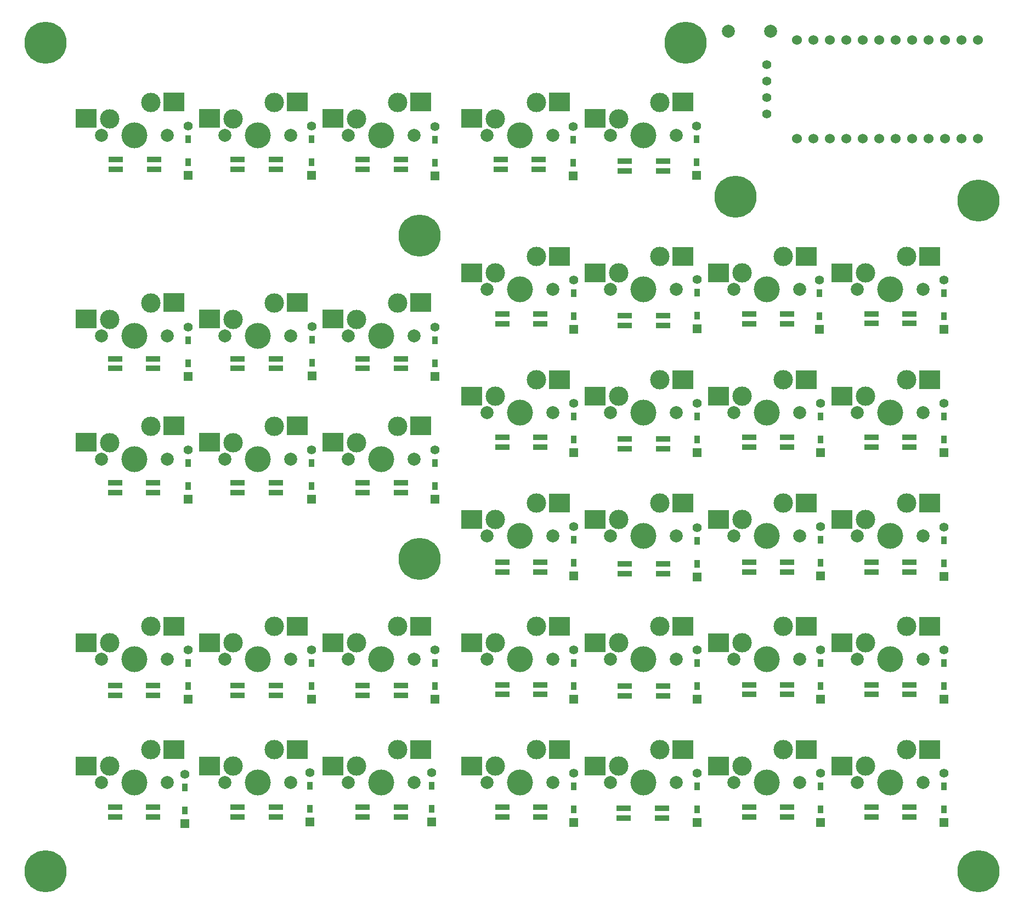
<source format=gbr>
G04 #@! TF.GenerationSoftware,KiCad,Pcbnew,7.0.6*
G04 #@! TF.CreationDate,2023-08-25T23:20:57+09:00*
G04 #@! TF.ProjectId,yamata37,79616d61-7461-4333-972e-6b696361645f,rev?*
G04 #@! TF.SameCoordinates,Original*
G04 #@! TF.FileFunction,Soldermask,Bot*
G04 #@! TF.FilePolarity,Negative*
%FSLAX46Y46*%
G04 Gerber Fmt 4.6, Leading zero omitted, Abs format (unit mm)*
G04 Created by KiCad (PCBNEW 7.0.6) date 2023-08-25 23:20:57*
%MOMM*%
%LPD*%
G01*
G04 APERTURE LIST*
%ADD10R,2.200000X0.820000*%
%ADD11C,2.000000*%
%ADD12C,3.000000*%
%ADD13C,4.000000*%
%ADD14R,3.300000X3.000000*%
%ADD15R,1.397000X1.397000*%
%ADD16R,0.950000X1.300000*%
%ADD17C,1.397000*%
%ADD18C,6.500000*%
%ADD19C,1.524000*%
G04 APERTURE END LIST*
D10*
X55214000Y-37084000D03*
X49314000Y-37084000D03*
X49314000Y-38584000D03*
X55214000Y-38584000D03*
D11*
X28257500Y-133350000D03*
D12*
X29527500Y-130810000D03*
D13*
X33337500Y-133350000D03*
D12*
X35877500Y-128270000D03*
D11*
X38417500Y-133350000D03*
D14*
X25887500Y-130770000D03*
X39487500Y-128230000D03*
D15*
X60721926Y-89524133D03*
D16*
X60721926Y-87489133D03*
X60721926Y-83939133D03*
D17*
X60721926Y-81904133D03*
D11*
X47307500Y-33337500D03*
D12*
X48577500Y-30797500D03*
D13*
X52387500Y-33337500D03*
D12*
X54927500Y-28257500D03*
D11*
X57467500Y-33337500D03*
D14*
X44937500Y-30757500D03*
X58537500Y-28217500D03*
D10*
X109072501Y-99566000D03*
X114972501Y-99566000D03*
X114972501Y-101066000D03*
X109072501Y-101066000D03*
X134165790Y-137184000D03*
X128265790Y-137184000D03*
X128265790Y-138684000D03*
X134165790Y-138684000D03*
D18*
X118467287Y-19050016D03*
D10*
X30518000Y-37084000D03*
X36418000Y-37084000D03*
X36418000Y-38584000D03*
X30518000Y-38584000D03*
D11*
X87788750Y-95250000D03*
D12*
X89058750Y-92710000D03*
D13*
X92868750Y-95250000D03*
D12*
X95408750Y-90170000D03*
D11*
X97948750Y-95250000D03*
D14*
X85418750Y-92670000D03*
X99018750Y-90130000D03*
D10*
X30387528Y-69365682D03*
X36287528Y-69365682D03*
X36287528Y-67865682D03*
X30387528Y-67865682D03*
D15*
X60721926Y-120502287D03*
D16*
X60721926Y-118467287D03*
X60721926Y-114917287D03*
D17*
X60721926Y-112882287D03*
D11*
X66357500Y-64293750D03*
D12*
X67627500Y-61753750D03*
D13*
X71437500Y-64293750D03*
D12*
X73977500Y-59213750D03*
D11*
X76517500Y-64293750D03*
D14*
X63987500Y-61713750D03*
X77587500Y-59173750D03*
D10*
X55214000Y-137184000D03*
X49314000Y-137184000D03*
X49314000Y-138684000D03*
X55214000Y-138684000D03*
D11*
X28257500Y-114300000D03*
D12*
X29527500Y-111760000D03*
D13*
X33337500Y-114300000D03*
D12*
X35877500Y-109220000D03*
D11*
X38417500Y-114300000D03*
D14*
X25887500Y-111720000D03*
X39487500Y-109180000D03*
D11*
X125888750Y-76200000D03*
D12*
X127158750Y-73660000D03*
D13*
X130968750Y-76200000D03*
D12*
X133508750Y-71120000D03*
D11*
X136048750Y-76200000D03*
D14*
X123518750Y-73620000D03*
X137118750Y-71080000D03*
D15*
X79248000Y-139446000D03*
D16*
X79248000Y-137411000D03*
X79248000Y-133861000D03*
D17*
X79248000Y-131826000D03*
D11*
X66357500Y-83343750D03*
D12*
X67627500Y-80803750D03*
D13*
X71437500Y-83343750D03*
D12*
X73977500Y-78263750D03*
D11*
X76517500Y-83343750D03*
D14*
X63987500Y-80763750D03*
X77587500Y-78223750D03*
D18*
X77390690Y-98821958D03*
D15*
X120130000Y-39530000D03*
D16*
X120130000Y-37495000D03*
X120130000Y-33945000D03*
D17*
X120130000Y-31910000D03*
D11*
X106838750Y-57150000D03*
D12*
X108108750Y-54610000D03*
D13*
X111918750Y-57150000D03*
D12*
X114458750Y-52070000D03*
D11*
X116998750Y-57150000D03*
D14*
X104468750Y-54570000D03*
X118068750Y-52030000D03*
D15*
X60452000Y-139446000D03*
D16*
X60452000Y-137411000D03*
X60452000Y-133861000D03*
D17*
X60452000Y-131826000D03*
D10*
X68618000Y-138684000D03*
X74518000Y-138684000D03*
X74518000Y-137184000D03*
X68618000Y-137184000D03*
D11*
X66357500Y-133350000D03*
D12*
X67627500Y-130810000D03*
D13*
X71437500Y-133350000D03*
D12*
X73977500Y-128270000D03*
D11*
X76517500Y-133350000D03*
D14*
X63987500Y-130770000D03*
X77587500Y-128230000D03*
D15*
X41671910Y-120502287D03*
D16*
X41671910Y-118467287D03*
X41671910Y-114917287D03*
D17*
X41671910Y-112882287D03*
D10*
X108909672Y-137336000D03*
X114809672Y-137336000D03*
X114809672Y-138836000D03*
X108909672Y-138836000D03*
D15*
X158353258Y-101523626D03*
D16*
X158353258Y-99488626D03*
X158353258Y-95938626D03*
D17*
X158353258Y-93903626D03*
D15*
X79771942Y-120502287D03*
D16*
X79771942Y-118467287D03*
X79771942Y-114917287D03*
D17*
X79771942Y-112882287D03*
D15*
X101092000Y-39627000D03*
D16*
X101092000Y-37592000D03*
X101092000Y-34042000D03*
D17*
X101092000Y-32007000D03*
D18*
X163711075Y-147042311D03*
D15*
X158353258Y-82402255D03*
D16*
X158353258Y-80367255D03*
X158353258Y-76817255D03*
D17*
X158353258Y-74782255D03*
D10*
X30387528Y-119864000D03*
X36287528Y-119864000D03*
X36287528Y-118364000D03*
X30387528Y-118364000D03*
D15*
X41656000Y-39530000D03*
D16*
X41656000Y-37495000D03*
X41656000Y-33945000D03*
D17*
X41656000Y-31910000D03*
D15*
X139303242Y-101452271D03*
D16*
X139303242Y-99417271D03*
X139303242Y-95867271D03*
D17*
X139303242Y-93832271D03*
D15*
X60786177Y-70538904D03*
D16*
X60786177Y-68503904D03*
X60786177Y-64953904D03*
D17*
X60786177Y-62918904D03*
D10*
X134165790Y-80020000D03*
X128265790Y-80020000D03*
X128265790Y-81520000D03*
X134165790Y-81520000D03*
X55214000Y-118364000D03*
X49314000Y-118364000D03*
X49314000Y-119864000D03*
X55214000Y-119864000D03*
D15*
X41671910Y-89546011D03*
D16*
X41671910Y-87511011D03*
X41671910Y-83961011D03*
D17*
X41671910Y-81926011D03*
D11*
X47307500Y-83343750D03*
D12*
X48577500Y-80803750D03*
D13*
X52387500Y-83343750D03*
D12*
X54927500Y-78263750D03*
D11*
X57467500Y-83343750D03*
D14*
X44937500Y-80763750D03*
X58537500Y-78223750D03*
D11*
X87788750Y-57150000D03*
D12*
X89058750Y-54610000D03*
D13*
X92868750Y-57150000D03*
D12*
X95408750Y-52070000D03*
D11*
X97948750Y-57150000D03*
D14*
X85418750Y-54570000D03*
X99018750Y-52030000D03*
D11*
X144938750Y-114300000D03*
D12*
X146208750Y-111760000D03*
D13*
X150018750Y-114300000D03*
D12*
X152558750Y-109220000D03*
D11*
X155098750Y-114300000D03*
D14*
X142568750Y-111720000D03*
X156168750Y-109180000D03*
D15*
X101203210Y-82380377D03*
D16*
X101203210Y-80345377D03*
X101203210Y-76795377D03*
D17*
X101203210Y-74760377D03*
D15*
X120253226Y-82402255D03*
D16*
X120253226Y-80367255D03*
X120253226Y-76817255D03*
D17*
X120253226Y-74782255D03*
D11*
X125888750Y-95250000D03*
D12*
X127158750Y-92710000D03*
D13*
X130968750Y-95250000D03*
D12*
X133508750Y-90170000D03*
D11*
X136048750Y-95250000D03*
D14*
X123518750Y-92670000D03*
X137118750Y-90130000D03*
D19*
X163592006Y-33850172D03*
X161052006Y-33850172D03*
X158512006Y-33850172D03*
X155972006Y-33850172D03*
X153432006Y-33850172D03*
X150892006Y-33850172D03*
X148352006Y-33850172D03*
X145812006Y-33850172D03*
X143272006Y-33850172D03*
X140732006Y-33850172D03*
X138192006Y-33850172D03*
X135652006Y-33850172D03*
X135652006Y-18630172D03*
X138192006Y-18630172D03*
X140732006Y-18630172D03*
X143272006Y-18630172D03*
X145812006Y-18630172D03*
X148352006Y-18630172D03*
X150892006Y-18630172D03*
X153432006Y-18630172D03*
X155972006Y-18630172D03*
X158512006Y-18630172D03*
X161052006Y-18630172D03*
X163592006Y-18630172D03*
D11*
X131564173Y-17264077D03*
X125064173Y-17264077D03*
X87788750Y-133350000D03*
D12*
X89058750Y-130810000D03*
D13*
X92868750Y-133350000D03*
D12*
X95408750Y-128270000D03*
D11*
X97948750Y-133350000D03*
D14*
X85418750Y-130770000D03*
X99018750Y-128230000D03*
D15*
X101203210Y-101452271D03*
D16*
X101203210Y-99417271D03*
X101203210Y-95867271D03*
D17*
X101203210Y-93832271D03*
X130968860Y-30003772D03*
X130968860Y-27463772D03*
X130968860Y-24923772D03*
X130968860Y-22383772D03*
D15*
X79756000Y-70615000D03*
D16*
X79756000Y-68580000D03*
X79756000Y-65030000D03*
D17*
X79756000Y-62995000D03*
D11*
X66357500Y-33337500D03*
D12*
X67627500Y-30797500D03*
D13*
X71437500Y-33337500D03*
D12*
X73977500Y-28257500D03*
D11*
X76517500Y-33337500D03*
D14*
X63987500Y-30757500D03*
X77587500Y-28217500D03*
D10*
X68618000Y-119864000D03*
X74518000Y-119864000D03*
X74518000Y-118364000D03*
X68618000Y-118364000D03*
X109072501Y-80246000D03*
X114972501Y-80246000D03*
X114972501Y-81746000D03*
X109072501Y-81746000D03*
X109072501Y-118455250D03*
X114972501Y-118455250D03*
X114972501Y-119955250D03*
X109072501Y-119955250D03*
X134165790Y-99340000D03*
X128265790Y-99340000D03*
X128265790Y-100840000D03*
X134165790Y-100840000D03*
D11*
X87788750Y-114300000D03*
D12*
X89058750Y-111760000D03*
D13*
X92868750Y-114300000D03*
D12*
X95408750Y-109220000D03*
D11*
X97948750Y-114300000D03*
D14*
X85418750Y-111720000D03*
X99018750Y-109180000D03*
D15*
X158353258Y-120491348D03*
D16*
X158353258Y-118456348D03*
X158353258Y-114906348D03*
D17*
X158353258Y-112871348D03*
D10*
X30387528Y-138684000D03*
X36287528Y-138684000D03*
X36287528Y-137184000D03*
X30387528Y-137184000D03*
D11*
X106838750Y-95250000D03*
D12*
X108108750Y-92710000D03*
D13*
X111918750Y-95250000D03*
D12*
X114458750Y-90170000D03*
D11*
X116998750Y-95250000D03*
D14*
X104468750Y-92670000D03*
X118068750Y-90130000D03*
D15*
X139303242Y-139544252D03*
D16*
X139303242Y-137509252D03*
X139303242Y-133959252D03*
D17*
X139303242Y-131924252D03*
D11*
X125888750Y-114300000D03*
D12*
X127158750Y-111760000D03*
D13*
X130968750Y-114300000D03*
D12*
X133508750Y-109220000D03*
D11*
X136048750Y-114300000D03*
D14*
X123518750Y-111720000D03*
X137118750Y-109180000D03*
D11*
X125888750Y-133350000D03*
D12*
X127158750Y-130810000D03*
D13*
X130968750Y-133350000D03*
D12*
X133508750Y-128270000D03*
D11*
X136048750Y-133350000D03*
D14*
X123518750Y-130770000D03*
X137118750Y-128230000D03*
D11*
X144938750Y-133350000D03*
D12*
X146208750Y-130810000D03*
D13*
X150018750Y-133350000D03*
D12*
X152558750Y-128270000D03*
D11*
X155098750Y-133350000D03*
D14*
X142568750Y-130770000D03*
X156168750Y-128230000D03*
D18*
X163711075Y-43457849D03*
D15*
X41656000Y-70615000D03*
D16*
X41656000Y-68580000D03*
X41656000Y-65030000D03*
D17*
X41656000Y-62995000D03*
D18*
X19645329Y-147042311D03*
D15*
X120253226Y-101603000D03*
D16*
X120253226Y-99568000D03*
X120253226Y-96018000D03*
D17*
X120253226Y-93983000D03*
D15*
X120253226Y-139552303D03*
D16*
X120253226Y-137517303D03*
X120253226Y-133967303D03*
D17*
X120253226Y-131932303D03*
D11*
X87788750Y-76200000D03*
D12*
X89058750Y-73660000D03*
D13*
X92868750Y-76200000D03*
D12*
X95408750Y-71120000D03*
D11*
X97948750Y-76200000D03*
D14*
X85418750Y-73620000D03*
X99018750Y-71080000D03*
D15*
X79771942Y-89546011D03*
D16*
X79771942Y-87511011D03*
X79771942Y-83961011D03*
D17*
X79771942Y-81926011D03*
D15*
X60694000Y-39530000D03*
D16*
X60694000Y-37495000D03*
X60694000Y-33945000D03*
D17*
X60694000Y-31910000D03*
D10*
X96065790Y-60984000D03*
X90165790Y-60984000D03*
X90165790Y-62484000D03*
X96065790Y-62484000D03*
D18*
X126206356Y-42862536D03*
D10*
X147140000Y-80020000D03*
X153040000Y-80020000D03*
X153040000Y-81520000D03*
X147140000Y-81520000D03*
X68618000Y-69365682D03*
X74518000Y-69365682D03*
X74518000Y-67865682D03*
X68618000Y-67865682D03*
D15*
X79756000Y-39624000D03*
D16*
X79756000Y-37589000D03*
X79756000Y-34039000D03*
D17*
X79756000Y-32004000D03*
D15*
X158353258Y-63344250D03*
D16*
X158353258Y-61309250D03*
X158353258Y-57759250D03*
D17*
X158353258Y-55724250D03*
D11*
X144938750Y-76200000D03*
D12*
X146208750Y-73660000D03*
D13*
X150018750Y-76200000D03*
D12*
X152558750Y-71120000D03*
D11*
X155098750Y-76200000D03*
D14*
X142568750Y-73620000D03*
X156168750Y-71080000D03*
D10*
X134165790Y-60984000D03*
X128265790Y-60984000D03*
X128265790Y-62484000D03*
X134165790Y-62484000D03*
X96065790Y-118229250D03*
X90165790Y-118229250D03*
X90165790Y-119729250D03*
X96065790Y-119729250D03*
D11*
X106838750Y-133350000D03*
D12*
X108108750Y-130810000D03*
D13*
X111918750Y-133350000D03*
D12*
X114458750Y-128270000D03*
D11*
X116998750Y-133350000D03*
D14*
X104468750Y-130770000D03*
X118068750Y-128230000D03*
D15*
X101203210Y-139552303D03*
D16*
X101203210Y-137517303D03*
X101203210Y-133967303D03*
D17*
X101203210Y-131932303D03*
D10*
X55214000Y-67865682D03*
X49314000Y-67865682D03*
X49314000Y-69365682D03*
X55214000Y-69365682D03*
D15*
X139303242Y-120502287D03*
D16*
X139303242Y-118467287D03*
X139303242Y-114917287D03*
D17*
X139303242Y-112882287D03*
D10*
X96065790Y-137184000D03*
X90165790Y-137184000D03*
X90165790Y-138684000D03*
X96065790Y-138684000D03*
D11*
X28257500Y-83343750D03*
D12*
X29527500Y-80803750D03*
D13*
X33337500Y-83343750D03*
D12*
X35877500Y-78263750D03*
D11*
X38417500Y-83343750D03*
D14*
X25887500Y-80763750D03*
X39487500Y-78223750D03*
D11*
X47307500Y-64293750D03*
D12*
X48577500Y-61753750D03*
D13*
X52387500Y-64293750D03*
D12*
X54927500Y-59213750D03*
D11*
X57467500Y-64293750D03*
D14*
X44937500Y-61713750D03*
X58537500Y-59173750D03*
D18*
X19645329Y-19050016D03*
D15*
X120253226Y-120502287D03*
D16*
X120253226Y-118467287D03*
X120253226Y-114917287D03*
D17*
X120253226Y-112882287D03*
D15*
X139160250Y-63352239D03*
D16*
X139160250Y-61317239D03*
X139160250Y-57767239D03*
D17*
X139160250Y-55732239D03*
D10*
X147140000Y-99340000D03*
X153040000Y-99340000D03*
X153040000Y-100840000D03*
X147140000Y-100840000D03*
D11*
X66357500Y-114300000D03*
D12*
X67627500Y-111760000D03*
D13*
X71437500Y-114300000D03*
D12*
X73977500Y-109220000D03*
D11*
X76517500Y-114300000D03*
D14*
X63987500Y-111720000D03*
X77587500Y-109180000D03*
D18*
X77390690Y-48815666D03*
D15*
X101203210Y-63341300D03*
D16*
X101203210Y-61306300D03*
X101203210Y-57756300D03*
D17*
X101203210Y-55721300D03*
D11*
X47307500Y-133350000D03*
D12*
X48577500Y-130810000D03*
D13*
X52387500Y-133350000D03*
D12*
X54927500Y-128270000D03*
D11*
X57467500Y-133350000D03*
D14*
X44937500Y-130770000D03*
X58537500Y-128230000D03*
D10*
X109072501Y-61210000D03*
X114972501Y-61210000D03*
X114972501Y-62710000D03*
X109072501Y-62710000D03*
X68610000Y-88550000D03*
X74510000Y-88550000D03*
X74510000Y-87050000D03*
X68610000Y-87050000D03*
X96065790Y-80020000D03*
X90165790Y-80020000D03*
X90165790Y-81520000D03*
X96065790Y-81520000D03*
D15*
X41148000Y-139703000D03*
D16*
X41148000Y-137668000D03*
X41148000Y-134118000D03*
D17*
X41148000Y-132083000D03*
D10*
X95794000Y-37084000D03*
X89894000Y-37084000D03*
X89894000Y-38584000D03*
X95794000Y-38584000D03*
D11*
X125888750Y-57150000D03*
D12*
X127158750Y-54610000D03*
D13*
X130968750Y-57150000D03*
D12*
X133508750Y-52070000D03*
D11*
X136048750Y-57150000D03*
D14*
X123518750Y-54570000D03*
X137118750Y-52030000D03*
D11*
X87788750Y-33337500D03*
D12*
X89058750Y-30797500D03*
D13*
X92868750Y-33337500D03*
D12*
X95408750Y-28257500D03*
D11*
X97948750Y-33337500D03*
D14*
X85418750Y-30757500D03*
X99018750Y-28217500D03*
D10*
X109082961Y-38810000D03*
X114982961Y-38810000D03*
X114982961Y-37310000D03*
X109082961Y-37310000D03*
X147140000Y-118229250D03*
X153040000Y-118229250D03*
X153040000Y-119729250D03*
X147140000Y-119729250D03*
D11*
X28257500Y-64293750D03*
D12*
X29527500Y-61753750D03*
D13*
X33337500Y-64293750D03*
D12*
X35877500Y-59213750D03*
D11*
X38417500Y-64293750D03*
D14*
X25887500Y-61713750D03*
X39487500Y-59173750D03*
D10*
X55206000Y-87050000D03*
X49306000Y-87050000D03*
X49306000Y-88550000D03*
X55206000Y-88550000D03*
D11*
X47307500Y-114300000D03*
D12*
X48577500Y-111760000D03*
D13*
X52387500Y-114300000D03*
D12*
X54927500Y-109220000D03*
D11*
X57467500Y-114300000D03*
D14*
X44937500Y-111720000D03*
X58537500Y-109180000D03*
D15*
X101203210Y-120502287D03*
D16*
X101203210Y-118467287D03*
X101203210Y-114917287D03*
D17*
X101203210Y-112882287D03*
D11*
X106838750Y-114300000D03*
D12*
X108108750Y-111760000D03*
D13*
X111918750Y-114300000D03*
D12*
X114458750Y-109220000D03*
D11*
X116998750Y-114300000D03*
D14*
X104468750Y-111720000D03*
X118068750Y-109180000D03*
D11*
X144938750Y-57150000D03*
D12*
X146208750Y-54610000D03*
D13*
X150018750Y-57150000D03*
D12*
X152558750Y-52070000D03*
D11*
X155098750Y-57150000D03*
D14*
X142568750Y-54570000D03*
X156168750Y-52030000D03*
D10*
X30379528Y-88550000D03*
X36279528Y-88550000D03*
X36279528Y-87050000D03*
X30379528Y-87050000D03*
X147140000Y-137184000D03*
X153040000Y-137184000D03*
X153040000Y-138684000D03*
X147140000Y-138684000D03*
D15*
X139303242Y-82402255D03*
D16*
X139303242Y-80367255D03*
X139303242Y-76817255D03*
D17*
X139303242Y-74782255D03*
D11*
X144938750Y-95250000D03*
D12*
X146208750Y-92710000D03*
D13*
X150018750Y-95250000D03*
D12*
X152558750Y-90170000D03*
D11*
X155098750Y-95250000D03*
D14*
X142568750Y-92670000D03*
X156168750Y-90130000D03*
D10*
X134165790Y-118229250D03*
X128265790Y-118229250D03*
X128265790Y-119729250D03*
X134165790Y-119729250D03*
D15*
X158353258Y-139552303D03*
D16*
X158353258Y-137517303D03*
X158353258Y-133967303D03*
D17*
X158353258Y-131932303D03*
D10*
X96065790Y-99340000D03*
X90165790Y-99340000D03*
X90165790Y-100840000D03*
X96065790Y-100840000D03*
X147140000Y-60910000D03*
X153040000Y-60910000D03*
X153040000Y-62410000D03*
X147140000Y-62410000D03*
D11*
X28257500Y-33337500D03*
D12*
X29527500Y-30797500D03*
D13*
X33337500Y-33337500D03*
D12*
X35877500Y-28257500D03*
D11*
X38417500Y-33337500D03*
D14*
X25887500Y-30757500D03*
X39487500Y-28217500D03*
X118068750Y-28217500D03*
X104468750Y-30757500D03*
D11*
X116998750Y-33337500D03*
D12*
X114458750Y-28257500D03*
D13*
X111918750Y-33337500D03*
D12*
X108108750Y-30797500D03*
D11*
X106838750Y-33337500D03*
D10*
X68618000Y-38584000D03*
X74518000Y-38584000D03*
X74518000Y-37084000D03*
X68618000Y-37084000D03*
D11*
X106838750Y-76200000D03*
D12*
X108108750Y-73660000D03*
D13*
X111918750Y-76200000D03*
D12*
X114458750Y-71120000D03*
D11*
X116998750Y-76200000D03*
D14*
X104468750Y-73620000D03*
X118068750Y-71080000D03*
D15*
X120253226Y-63246000D03*
D16*
X120253226Y-61211000D03*
X120253226Y-57661000D03*
D17*
X120253226Y-55626000D03*
M02*

</source>
